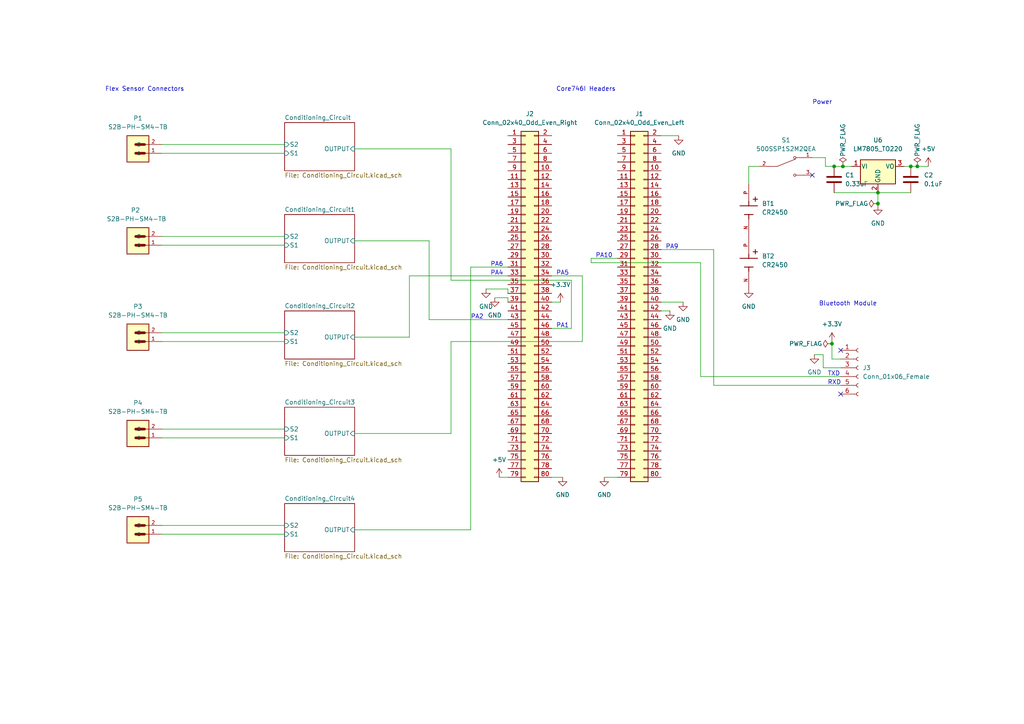
<source format=kicad_sch>
(kicad_sch (version 20211123) (generator eeschema)
  (paper "A4")
  (title_block (title "Data Glove PCB Schematic"))
  (lib_symbols
    (symbol "Connector:Conn_01x06_Female" (pin_names (offset 1.016) hide)
      (property "Reference" "J" (at 0 7.62 0))
      (property "Value" "Conn_01x06_Female" (at 0 -10.16 0))
      (symbol "Conn_01x06_Female_1_1"
        (arc (start 0 -7.112) (mid -0.508 -7.62) (end 0 -8.128) (stroke (width 0.1524)))
        (arc (start 0 -4.572) (mid -0.508 -5.08) (end 0 -5.588) (stroke (width 0.1524)))
        (arc (start 0 -2.032) (mid -0.508 -2.54) (end 0 -3.048) (stroke (width 0.1524)))
        (polyline (pts (xy -1.27 -7.62) (xy -0.508 -7.62)) (stroke (width 0.1524)))
        (polyline (pts (xy -1.27 -5.08) (xy -0.508 -5.08)) (stroke (width 0.1524)))
        (polyline (pts (xy -1.27 -2.54) (xy -0.508 -2.54)) (stroke (width 0.1524)))
        (polyline (pts (xy -1.27 0) (xy -0.508 0)) (stroke (width 0.1524)))
        (polyline (pts (xy -1.27 2.54) (xy -0.508 2.54)) (stroke (width 0.1524)))
        (polyline (pts (xy -1.27 5.08) (xy -0.508 5.08)) (stroke (width 0.1524)))
        (arc (start 0 0.508) (mid -0.508 0) (end 0 -0.508) (stroke (width 0.1524)))
        (arc (start 0 3.048) (mid -0.508 2.54) (end 0 2.032) (stroke (width 0.1524)))
        (arc (start 0 5.588) (mid -0.508 5.08) (end 0 4.572) (stroke (width 0.1524)))
        (pin passive line (at -5.08 5.08 0) (length 3.81) (name "Pin_1") (number "1"))
        (pin passive line (at -5.08 2.54 0) (length 3.81) (name "Pin_2") (number "2"))
        (pin passive line (at -5.08 0 0) (length 3.81) (name "Pin_3") (number "3"))
        (pin passive line (at -5.08 -2.54 0) (length 3.81) (name "Pin_4") (number "4"))
        (pin passive line (at -5.08 -5.08 0) (length 3.81) (name "Pin_5") (number "5"))
        (pin passive line (at -5.08 -7.62 0) (length 3.81) (name "Pin_6") (number "6"))
      )
    )
    (symbol "Connector_Generic:Conn_02x40_Odd_Even" (pin_names (offset 1.016) hide)
      (property "Reference" "J" (at 1.27 50.8 0))
      (property "Value" "Conn_02x40_Odd_Even" (at 1.27 -53.34 0))
      (symbol "Conn_02x40_Odd_Even_1_1"
        (rectangle (start -1.27 -50.673) (end 0 -50.927) (stroke (width 0.1524)))
        (rectangle (start -1.27 -48.133) (end 0 -48.387) (stroke (width 0.1524)))
        (rectangle (start -1.27 -45.593) (end 0 -45.847) (stroke (width 0.1524)))
        (rectangle (start -1.27 -43.053) (end 0 -43.307) (stroke (width 0.1524)))
        (rectangle (start -1.27 -40.513) (end 0 -40.767) (stroke (width 0.1524)))
        (rectangle (start -1.27 -37.973) (end 0 -38.227) (stroke (width 0.1524)))
        (rectangle (start -1.27 -35.433) (end 0 -35.687) (stroke (width 0.1524)))
        (rectangle (start -1.27 -32.893) (end 0 -33.147) (stroke (width 0.1524)))
        (rectangle (start -1.27 -30.353) (end 0 -30.607) (stroke (width 0.1524)))
        (rectangle (start -1.27 -27.813) (end 0 -28.067) (stroke (width 0.1524)))
        (rectangle (start -1.27 -25.273) (end 0 -25.527) (stroke (width 0.1524)))
        (rectangle (start -1.27 -22.733) (end 0 -22.987) (stroke (width 0.1524)))
        (rectangle (start -1.27 -20.193) (end 0 -20.447) (stroke (width 0.1524)))
        (rectangle (start -1.27 -17.653) (end 0 -17.907) (stroke (width 0.1524)))
        (rectangle (start -1.27 -15.113) (end 0 -15.367) (stroke (width 0.1524)))
        (rectangle (start -1.27 -12.573) (end 0 -12.827) (stroke (width 0.1524)))
        (rectangle (start -1.27 -10.033) (end 0 -10.287) (stroke (width 0.1524)))
        (rectangle (start -1.27 -7.493) (end 0 -7.747) (stroke (width 0.1524)))
        (rectangle (start -1.27 -4.953) (end 0 -5.207) (stroke (width 0.1524)))
        (rectangle (start -1.27 -2.413) (end 0 -2.667) (stroke (width 0.1524)))
        (rectangle (start -1.27 0.127) (end 0 -0.127) (stroke (width 0.1524)))
        (rectangle (start -1.27 2.667) (end 0 2.413) (stroke (width 0.1524)))
        (rectangle (start -1.27 5.207) (end 0 4.953) (stroke (width 0.1524)))
        (rectangle (start -1.27 7.747) (end 0 7.493) (stroke (width 0.1524)))
        (rectangle (start -1.27 10.287) (end 0 10.033) (stroke (width 0.1524)))
        (rectangle (start -1.27 12.827) (end 0 12.573) (stroke (width 0.1524)))
        (rectangle (start -1.27 15.367) (end 0 15.113) (stroke (width 0.1524)))
        (rectangle (start -1.27 17.907) (end 0 17.653) (stroke (width 0.1524)))
        (rectangle (start -1.27 20.447) (end 0 20.193) (stroke (width 0.1524)))
        (rectangle (start -1.27 22.987) (end 0 22.733) (stroke (width 0.1524)))
        (rectangle (start -1.27 25.527) (end 0 25.273) (stroke (width 0.1524)))
        (rectangle (start -1.27 28.067) (end 0 27.813) (stroke (width 0.1524)))
        (rectangle (start -1.27 30.607) (end 0 30.353) (stroke (width 0.1524)))
        (rectangle (start -1.27 33.147) (end 0 32.893) (stroke (width 0.1524)))
        (rectangle (start -1.27 35.687) (end 0 35.433) (stroke (width 0.1524)))
        (rectangle (start -1.27 38.227) (end 0 37.973) (stroke (width 0.1524)))
        (rectangle (start -1.27 40.767) (end 0 40.513) (stroke (width 0.1524)))
        (rectangle (start -1.27 43.307) (end 0 43.053) (stroke (width 0.1524)))
        (rectangle (start -1.27 45.847) (end 0 45.593) (stroke (width 0.1524)))
        (rectangle (start -1.27 48.387) (end 0 48.133) (stroke (width 0.1524)))
        (rectangle (start -1.27 49.53) (end 3.81 -52.07) (stroke (width 0.254)) (fill (type background)))
        (rectangle (start 3.81 -50.673) (end 2.54 -50.927) (stroke (width 0.1524)))
        (rectangle (start 3.81 -48.133) (end 2.54 -48.387) (stroke (width 0.1524)))
        (rectangle (start 3.81 -45.593) (end 2.54 -45.847) (stroke (width 0.1524)))
        (rectangle (start 3.81 -43.053) (end 2.54 -43.307) (stroke (width 0.1524)))
        (rectangle (start 3.81 -40.513) (end 2.54 -40.767) (stroke (width 0.1524)))
        (rectangle (start 3.81 -37.973) (end 2.54 -38.227) (stroke (width 0.1524)))
        (rectangle (start 3.81 -35.433) (end 2.54 -35.687) (stroke (width 0.1524)))
        (rectangle (start 3.81 -32.893) (end 2.54 -33.147) (stroke (width 0.1524)))
        (rectangle (start 3.81 -30.353) (end 2.54 -30.607) (stroke (width 0.1524)))
        (rectangle (start 3.81 -27.813) (end 2.54 -28.067) (stroke (width 0.1524)))
        (rectangle (start 3.81 -25.273) (end 2.54 -25.527) (stroke (width 0.1524)))
        (rectangle (start 3.81 -22.733) (end 2.54 -22.987) (stroke (width 0.1524)))
        (rectangle (start 3.81 -20.193) (end 2.54 -20.447) (stroke (width 0.1524)))
        (rectangle (start 3.81 -17.653) (end 2.54 -17.907) (stroke (width 0.1524)))
        (rectangle (start 3.81 -15.113) (end 2.54 -15.367) (stroke (width 0.1524)))
        (rectangle (start 3.81 -12.573) (end 2.54 -12.827) (stroke (width 0.1524)))
        (rectangle (start 3.81 -10.033) (end 2.54 -10.287) (stroke (width 0.1524)))
        (rectangle (start 3.81 -7.493) (end 2.54 -7.747) (stroke (width 0.1524)))
        (rectangle (start 3.81 -4.953) (end 2.54 -5.207) (stroke (width 0.1524)))
        (rectangle (start 3.81 -2.413) (end 2.54 -2.667) (stroke (width 0.1524)))
        (rectangle (start 3.81 0.127) (end 2.54 -0.127) (stroke (width 0.1524)))
        (rectangle (start 3.81 2.667) (end 2.54 2.413) (stroke (width 0.1524)))
        (rectangle (start 3.81 5.207) (end 2.54 4.953) (stroke (width 0.1524)))
        (rectangle (start 3.81 7.747) (end 2.54 7.493) (stroke (width 0.1524)))
        (rectangle (start 3.81 10.287) (end 2.54 10.033) (stroke (width 0.1524)))
        (rectangle (start 3.81 12.827) (end 2.54 12.573) (stroke (width 0.1524)))
        (rectangle (start 3.81 15.367) (end 2.54 15.113) (stroke (width 0.1524)))
        (rectangle (start 3.81 17.907) (end 2.54 17.653) (stroke (width 0.1524)))
        (rectangle (start 3.81 20.447) (end 2.54 20.193) (stroke (width 0.1524)))
        (rectangle (start 3.81 22.987) (end 2.54 22.733) (stroke (width 0.1524)))
        (rectangle (start 3.81 25.527) (end 2.54 25.273) (stroke (width 0.1524)))
        (rectangle (start 3.81 28.067) (end 2.54 27.813) (stroke (width 0.1524)))
        (rectangle (start 3.81 30.607) (end 2.54 30.353) (stroke (width 0.1524)))
        (rectangle (start 3.81 33.147) (end 2.54 32.893) (stroke (width 0.1524)))
        (rectangle (start 3.81 35.687) (end 2.54 35.433) (stroke (width 0.1524)))
        (rectangle (start 3.81 38.227) (end 2.54 37.973) (stroke (width 0.1524)))
        (rectangle (start 3.81 40.767) (end 2.54 40.513) (stroke (width 0.1524)))
        (rectangle (start 3.81 43.307) (end 2.54 43.053) (stroke (width 0.1524)))
        (rectangle (start 3.81 45.847) (end 2.54 45.593) (stroke (width 0.1524)))
        (rectangle (start 3.81 48.387) (end 2.54 48.133) (stroke (width 0.1524)))
        (pin passive line (at -5.08 48.26 0) (length 3.81) (name "Pin_1") (number "1"))
        (pin passive line (at 7.62 38.1 180) (length 3.81) (name "Pin_10") (number "10"))
        (pin passive line (at -5.08 35.56 0) (length 3.81) (name "Pin_11") (number "11"))
        (pin passive line (at 7.62 35.56 180) (length 3.81) (name "Pin_12") (number "12"))
        (pin passive line (at -5.08 33.02 0) (length 3.81) (name "Pin_13") (number "13"))
        (pin passive line (at 7.62 33.02 180) (length 3.81) (name "Pin_14") (number "14"))
        (pin passive line (at -5.08 30.48 0) (length 3.81) (name "Pin_15") (number "15"))
        (pin passive line (at 7.62 30.48 180) (length 3.81) (name "Pin_16") (number "16"))
        (pin passive line (at -5.08 27.94 0) (length 3.81) (name "Pin_17") (number "17"))
        (pin passive line (at 7.62 27.94 180) (length 3.81) (name "Pin_18") (number "18"))
        (pin passive line (at -5.08 25.4 0) (length 3.81) (name "Pin_19") (number "19"))
        (pin passive line (at 7.62 48.26 180) (length 3.81) (name "Pin_2") (number "2"))
        (pin passive line (at 7.62 25.4 180) (length 3.81) (name "Pin_20") (number "20"))
        (pin passive line (at -5.08 22.86 0) (length 3.81) (name "Pin_21") (number "21"))
        (pin passive line (at 7.62 22.86 180) (length 3.81) (name "Pin_22") (number "22"))
        (pin passive line (at -5.08 20.32 0) (length 3.81) (name "Pin_23") (number "23"))
        (pin passive line (at 7.62 20.32 180) (length 3.81) (name "Pin_24") (number "24"))
        (pin passive line (at -5.08 17.78 0) (length 3.81) (name "Pin_25") (number "25"))
        (pin passive line (at 7.62 17.78 180) (length 3.81) (name "Pin_26") (number "26"))
        (pin passive line (at -5.08 15.24 0) (length 3.81) (name "Pin_27") (number "27"))
        (pin passive line (at 7.62 15.24 180) (length 3.81) (name "Pin_28") (number "28"))
        (pin passive line (at -5.08 12.7 0) (length 3.81) (name "Pin_29") (number "29"))
        (pin passive line (at -5.08 45.72 0) (length 3.81) (name "Pin_3") (number "3"))
        (pin passive line (at 7.62 12.7 180) (length 3.81) (name "Pin_30") (number "30"))
        (pin passive line (at -5.08 10.16 0) (length 3.81) (name "Pin_31") (number "31"))
        (pin passive line (at 7.62 10.16 180) (length 3.81) (name "Pin_32") (number "32"))
        (pin passive line (at -5.08 7.62 0) (length 3.81) (name "Pin_33") (number "33"))
        (pin passive line (at 7.62 7.62 180) (length 3.81) (name "Pin_34") (number "34"))
        (pin passive line (at -5.08 5.08 0) (length 3.81) (name "Pin_35") (number "35"))
        (pin passive line (at 7.62 5.08 180) (length 3.81) (name "Pin_36") (number "36"))
        (pin passive line (at -5.08 2.54 0) (length 3.81) (name "Pin_37") (number "37"))
        (pin passive line (at 7.62 2.54 180) (length 3.81) (name "Pin_38") (number "38"))
        (pin passive line (at -5.08 0 0) (length 3.81) (name "Pin_39") (number "39"))
        (pin passive line (at 7.62 45.72 180) (length 3.81) (name "Pin_4") (number "4"))
        (pin passive line (at 7.62 0 180) (length 3.81) (name "Pin_40") (number "40"))
        (pin passive line (at -5.08 -2.54 0) (length 3.81) (name "Pin_41") (number "41"))
        (pin passive line (at 7.62 -2.54 180) (length 3.81) (name "Pin_42") (number "42"))
        (pin passive line (at -5.08 -5.08 0) (length 3.81) (name "Pin_43") (number "43"))
        (pin passive line (at 7.62 -5.08 180) (length 3.81) (name "Pin_44") (number "44"))
        (pin passive line (at -5.08 -7.62 0) (length 3.81) (name "Pin_45") (number "45"))
        (pin passive line (at 7.62 -7.62 180) (length 3.81) (name "Pin_46") (number "46"))
        (pin passive line (at -5.08 -10.16 0) (length 3.81) (name "Pin_47") (number "47"))
        (pin passive line (at 7.62 -10.16 180) (length 3.81) (name "Pin_48") (number "48"))
        (pin passive line (at -5.08 -12.7 0) (length 3.81) (name "Pin_49") (number "49"))
        (pin passive line (at -5.08 43.18 0) (length 3.81) (name "Pin_5") (number "5"))
        (pin passive line (at 7.62 -12.7 180) (length 3.81) (name "Pin_50") (number "50"))
        (pin passive line (at -5.08 -15.24 0) (length 3.81) (name "Pin_51") (number "51"))
        (pin passive line (at 7.62 -15.24 180) (length 3.81) (name "Pin_52") (number "52"))
        (pin passive line (at -5.08 -17.78 0) (length 3.81) (name "Pin_53") (number "53"))
        (pin passive line (at 7.62 -17.78 180) (length 3.81) (name "Pin_54") (number "54"))
        (pin passive line (at -5.08 -20.32 0) (length 3.81) (name "Pin_55") (number "55"))
        (pin passive line (at 7.62 -20.32 180) (length 3.81) (name "Pin_56") (number "56"))
        (pin passive line (at -5.08 -22.86 0) (length 3.81) (name "Pin_57") (number "57"))
        (pin passive line (at 7.62 -22.86 180) (length 3.81) (name "Pin_58") (number "58"))
        (pin passive line (at -5.08 -25.4 0) (length 3.81) (name "Pin_59") (number "59"))
        (pin passive line (at 7.62 43.18 180) (length 3.81) (name "Pin_6") (number "6"))
        (pin passive line (at 7.62 -25.4 180) (length 3.81) (name "Pin_60") (number "60"))
        (pin passive line (at -5.08 -27.94 0) (length 3.81) (name "Pin_61") (number "61"))
        (pin passive line (at 7.62 -27.94 180) (length 3.81) (name "Pin_62") (number "62"))
        (pin passive line (at -5.08 -30.48 0) (length 3.81) (name "Pin_63") (number "63"))
        (pin passive line (at 7.62 -30.48 180) (length 3.81) (name "Pin_64") (number "64"))
        (pin passive line (at -5.08 -33.02 0) (length 3.81) (name "Pin_65") (number "65"))
        (pin passive line (at 7.62 -33.02 180) (length 3.81) (name "Pin_66") (number "66"))
        (pin passive line (at -5.08 -35.56 0) (length 3.81) (name "Pin_67") (number "67"))
        (pin passive line (at 7.62 -35.56 180) (length 3.81) (name "Pin_68") (number "68"))
        (pin passive line (at -5.08 -38.1 0) (length 3.81) (name "Pin_69") (number "69"))
        (pin passive line (at -5.08 40.64 0) (length 3.81) (name "Pin_7") (number "7"))
        (pin passive line (at 7.62 -38.1 180) (length 3.81) (name "Pin_70") (number "70"))
        (pin passive line (at -5.08 -40.64 0) (length 3.81) (name "Pin_71") (number "71"))
        (pin passive line (at 7.62 -40.64 180) (length 3.81) (name "Pin_72") (number "72"))
        (pin passive line (at -5.08 -43.18 0) (length 3.81) (name "Pin_73") (number "73"))
        (pin passive line (at 7.62 -43.18 180) (length 3.81) (name "Pin_74") (number "74"))
        (pin passive line (at -5.08 -45.72 0) (length 3.81) (name "Pin_75") (number "75"))
        (pin passive line (at 7.62 -45.72 180) (length 3.81) (name "Pin_76") (number "76"))
        (pin passive line (at -5.08 -48.26 0) (length 3.81) (name "Pin_77") (number "77"))
        (pin passive line (at 7.62 -48.26 180) (length 3.81) (name "Pin_78") (number "78"))
        (pin passive line (at -5.08 -50.8 0) (length 3.81) (name "Pin_79") (number "79"))
        (pin passive line (at 7.62 40.64 180) (length 3.81) (name "Pin_8") (number "8"))
        (pin passive line (at 7.62 -50.8 180) (length 3.81) (name "Pin_80") (number "80"))
        (pin passive line (at -5.08 38.1 0) (length 3.81) (name "Pin_9") (number "9"))
      )
    )
    (symbol "Device:C" (pin_numbers hide) (pin_names (offset 0.254))
      (property "Reference" "C" (at 0.635 2.54 0))
      (property "Value" "C" (at 0.635 -2.54 0))
      (symbol "C_0_1"
        (polyline (pts (xy -2.032 -0.762) (xy 2.032 -0.762)) (stroke (width 0.508)))
        (polyline (pts (xy -2.032 0.762) (xy 2.032 0.762)) (stroke (width 0.508)))
      )
      (symbol "C_1_1"
        (pin passive line (at 0 3.81 270) (length 2.794) (name "~") (number "1"))
        (pin passive line (at 0 -3.81 90) (length 2.794) (name "~") (number "2"))
      )
    )
    (symbol "EECapstone:500SSP1S2M2QEA" (pin_names (offset 1.016))
      (property "Reference" "S" (at -2.54 5.08 0))
      (property "Value" "500SSP1S2M2QEA" (at -2.54 -5.08 0))
      (symbol "500SSP1S2M2QEA_0_0"
        (polyline (pts (xy -2.54 0) (xy -5.08 0)) (stroke (width 0.1524)))
        (polyline (pts (xy -2.54 0) (xy 2.794 2.1336)) (stroke (width 0.1524)))
        (polyline (pts (xy 5.08 -2.54) (xy 2.921 -2.54)) (stroke (width 0.1524)))
        (polyline (pts (xy 5.08 2.54) (xy 2.921 2.54)) (stroke (width 0.1524)))
        (circle (center 2.54 -2.54) (radius 0.3302) (stroke (width 0.1524)))
        (circle (center 2.54 2.54) (radius 0.3302) (stroke (width 0.1524)))
        (pin passive line (at 7.62 2.54 180) (length 2.54) (name "~") (number "1"))
        (pin passive line (at -7.62 0 0) (length 2.54) (name "~") (number "2"))
        (pin passive line (at 7.62 -2.54 180) (length 2.54) (name "~") (number "3"))
      )
    )
    (symbol "EECapstone:CR2450" (pin_names (offset 1.016))
      (property "Reference" "BT" (at -3.81 3.81 0))
      (property "Value" "CR2450" (at -3.81 -5.08 0))
      (symbol "CR2450_0_0"
        (polyline (pts (xy -3.81 1.905) (xy -2.54 1.905)) (stroke (width 0.254)))
        (polyline (pts (xy -3.175 2.54) (xy -3.175 1.27)) (stroke (width 0.254)))
        (polyline (pts (xy -1.27 0) (xy -2.54 0)) (stroke (width 0.254)))
        (polyline (pts (xy -1.27 0) (xy -1.27 -2.54)) (stroke (width 0.254)))
        (polyline (pts (xy -1.27 2.54) (xy -1.27 0)) (stroke (width 0.254)))
        (polyline (pts (xy 1.27 0) (xy 1.27 -1.27)) (stroke (width 0.254)))
        (polyline (pts (xy 1.27 0) (xy 2.54 0)) (stroke (width 0.254)))
        (polyline (pts (xy 1.27 1.27) (xy 1.27 0)) (stroke (width 0.254)))
        (pin passive line (at 7.62 0 180) (length 5.08) (name "~") (number "N"))
        (pin passive line (at -7.62 0 0) (length 5.08) (name "~") (number "P"))
      )
    )
    (symbol "EECapstone:S2B-PH-SM4-TB" (pin_names (offset 1.016))
      (property "Reference" "P" (at -1.2718 3.8155 0))
      (property "Value" "S2B-PH-SM4-TB" (at -7.62 -7.62 0))
      (symbol "S2B-PH-SM4-TB_0_0"
        (rectangle (start -1.27 -3.81) (end 5.08 3.81) (stroke (width 0.254)) (fill (type background)))
        (polyline (pts (xy 0 -1.27) (xy 2.54 -1.27)) (stroke (width 0.762)))
        (polyline (pts (xy 0 1.27) (xy 2.54 1.27)) (stroke (width 0.762)))
        (pin passive line (at -5.08 1.27 0) (length 5.08) (name "1") (number "1"))
        (pin passive line (at -5.08 -1.27 0) (length 5.08) (name "2") (number "2"))
      )
    )
    (symbol "Regulator_Linear:LM7805_TO220" (pin_names (offset 0.254))
      (property "Reference" "U" (at -3.81 3.175 0))
      (property "Value" "LM7805_TO220" (at 0 3.175 0))
      (symbol "LM7805_TO220_0_1"
        (rectangle (start -5.08 1.905) (end 5.08 -5.08) (stroke (width 0.254)) (fill (type background)))
      )
      (symbol "LM7805_TO220_1_1"
        (pin power_in line (at -7.62 0 0) (length 2.54) (name "VI") (number "1"))
        (pin power_in line (at 0 -7.62 90) (length 2.54) (name "GND") (number "2"))
        (pin power_out line (at 7.62 0 180) (length 2.54) (name "VO") (number "3"))
      )
    )
    (symbol "power:+3.3V" (power) (pin_names (offset 0))
      (property "Value" "+3.3V" (at 0 3.556 0))
      (symbol "+3.3V_0_1"
        (polyline (pts (xy -0.762 1.27) (xy 0 2.54)))
        (polyline (pts (xy 0 0) (xy 0 2.54)))
        (polyline (pts (xy 0 2.54) (xy 0.762 1.27)))
      )
      (symbol "+3.3V_1_1"
        (pin power_in line (at 0 0 90) (length 0) hide (name "+3.3V") (number "1"))
      )
    )
    (symbol "power:+5V" (power) (pin_names (offset 0))
      (property "Value" "+5V" (at 0 3.556 0))
      (symbol "+5V_0_1"
        (polyline (pts (xy -0.762 1.27) (xy 0 2.54)))
        (polyline (pts (xy 0 0) (xy 0 2.54)))
        (polyline (pts (xy 0 2.54) (xy 0.762 1.27)))
      )
      (symbol "+5V_1_1"
        (pin power_in line (at 0 0 90) (length 0) hide (name "+5V") (number "1"))
      )
    )
    (symbol "power:GND" (power) (pin_names (offset 0))
      (property "Value" "GND" (at 0 -3.81 0))
      (symbol "GND_0_1"
        (polyline (pts (xy 0 0) (xy 0 -1.27) (xy 1.27 -1.27) (xy 0 -2.54) (xy -1.27 -1.27) (xy 0 -1.27)))
      )
      (symbol "GND_1_1"
        (pin power_in line (at 0 0 270) (length 0) hide (name "GND") (number "1"))
      )
    )
    (symbol "power:PWR_FLAG" (power) (pin_numbers hide) (pin_names (offset 0) hide)
      (property "Value" "PWR_FLAG" (at 0 3.81 0))
      (symbol "PWR_FLAG_0_0"
        (pin power_out line (at 0 0 90) (length 0) (name "pwr") (number "1"))
      )
      (symbol "PWR_FLAG_0_1"
        (polyline (pts (xy 0 0) (xy 0 1.27) (xy -1.016 1.905) (xy 0 2.54) (xy 1.016 1.905) (xy 0 1.27)))
      )
    )
  )
  (junction (at 241.935 48.26))
  (junction (at 241.3 99.695))
  (junction (at 266.065 48.26))
  (junction (at 264.16 48.26))
  (junction (at 254.635 55.88))
  (junction (at 254.635 59.055))
  (junction (at 244.475 48.26))
  (no_connect (at 243.84 101.6))
  (no_connect (at 243.84 114.3))
  (no_connect (at 235.585 50.8))
  (wire (pts (xy 46.99 154.94) (xy 82.55 154.94)))
  (wire (pts (xy 130.81 125.73) (xy 102.87 125.73)))
  (wire (pts (xy 191.77 87.63) (xy 198.12 87.63)))
  (wire (pts (xy 46.99 124.46) (xy 82.55 124.46)))
  (wire (pts (xy 46.99 99.06) (xy 82.55 99.06)))
  (wire (pts (xy 175.26 138.43) (xy 179.07 138.43)))
  (wire (pts (xy 147.32 85.09) (xy 147.32 83.82)))
  (wire (pts (xy 124.46 69.85) (xy 124.46 92.71)))
  (wire (pts (xy 168.91 99.06) (xy 130.81 99.06)))
  (wire (pts (xy 203.2 109.22) (xy 243.84 109.22)))
  (wire (pts (xy 254.635 59.055) (xy 254.635 55.88)))
  (wire (pts (xy 235.585 45.72) (xy 239.395 45.72)))
  (wire (pts (xy 165.735 81.28) (xy 130.81 81.28)))
  (wire (pts (xy 46.99 41.91) (xy 82.55 41.91)))
  (wire (pts (xy 165.735 95.25) (xy 165.735 81.28)))
  (wire (pts (xy 168.91 80.01) (xy 168.91 99.06)))
  (wire (pts (xy 130.81 81.28) (xy 130.81 43.18)))
  (wire (pts (xy 118.745 80.01) (xy 118.745 97.79)))
  (wire (pts (xy 238.76 106.68) (xy 243.84 106.68)))
  (wire (pts (xy 203.2 76.2) (xy 203.2 109.22)))
  (wire (pts (xy 179.07 74.93) (xy 171.45 74.93)))
  (wire (pts (xy 217.17 48.26) (xy 217.17 53.34)))
  (wire (pts (xy 254.635 59.69) (xy 254.635 59.055)))
  (wire (pts (xy 143.51 86.36) (xy 147.32 86.36)))
  (wire (pts (xy 160.02 138.43) (xy 163.195 138.43)))
  (wire (pts (xy 160.02 95.25) (xy 165.735 95.25)))
  (wire (pts (xy 136.525 77.47) (xy 136.525 153.67)))
  (wire (pts (xy 207.01 72.39) (xy 207.01 111.76)))
  (wire (pts (xy 241.3 99.06) (xy 241.3 99.695)))
  (wire (pts (xy 266.065 48.26) (xy 269.24 48.26)))
  (wire (pts (xy 46.99 44.45) (xy 82.55 44.45)))
  (wire (pts (xy 147.32 77.47) (xy 136.525 77.47)))
  (wire (pts (xy 46.99 68.58) (xy 82.55 68.58)))
  (wire (pts (xy 243.84 104.14) (xy 241.3 104.14)))
  (wire (pts (xy 160.02 80.01) (xy 168.91 80.01)))
  (wire (pts (xy 236.22 102.87) (xy 238.76 102.87)))
  (wire (pts (xy 239.395 45.72) (xy 239.395 48.26)))
  (wire (pts (xy 147.32 80.01) (xy 118.745 80.01)))
  (wire (pts (xy 191.77 90.17) (xy 194.31 90.17)))
  (wire (pts (xy 171.45 76.2) (xy 203.2 76.2)))
  (wire (pts (xy 239.395 48.26) (xy 241.935 48.26)))
  (wire (pts (xy 241.935 55.88) (xy 254.635 55.88)))
  (wire (pts (xy 262.255 48.26) (xy 264.16 48.26)))
  (wire (pts (xy 217.17 48.26) (xy 220.345 48.26)))
  (wire (pts (xy 191.77 39.37) (xy 196.85 39.37)))
  (wire (pts (xy 147.32 86.36) (xy 147.32 87.63)))
  (wire (pts (xy 46.99 127) (xy 82.55 127)))
  (wire (pts (xy 264.16 48.26) (xy 266.065 48.26)))
  (wire (pts (xy 241.935 48.26) (xy 244.475 48.26)))
  (wire (pts (xy 243.84 111.76) (xy 207.01 111.76)))
  (wire (pts (xy 241.3 99.695) (xy 241.3 104.14)))
  (wire (pts (xy 160.02 87.63) (xy 162.56 87.63)))
  (wire (pts (xy 147.32 92.71) (xy 124.46 92.71)))
  (wire (pts (xy 254.635 55.88) (xy 264.16 55.88)))
  (wire (pts (xy 171.45 74.93) (xy 171.45 76.2)))
  (wire (pts (xy 46.99 152.4) (xy 82.55 152.4)))
  (wire (pts (xy 144.78 138.43) (xy 147.32 138.43)))
  (wire (pts (xy 191.77 72.39) (xy 207.01 72.39)))
  (wire (pts (xy 46.99 71.12) (xy 82.55 71.12)))
  (wire (pts (xy 102.87 69.85) (xy 124.46 69.85)))
  (wire (pts (xy 118.745 97.79) (xy 102.87 97.79)))
  (wire (pts (xy 244.475 48.26) (xy 247.015 48.26)))
  (wire (pts (xy 140.97 83.82) (xy 147.32 83.82)))
  (wire (pts (xy 238.76 102.87) (xy 238.76 106.68)))
  (wire (pts (xy 130.81 43.18) (xy 102.87 43.18)))
  (wire (pts (xy 130.81 99.06) (xy 130.81 125.73)))
  (wire (pts (xy 102.87 153.67) (xy 136.525 153.67)))
  (wire (pts (xy 46.99 96.52) (xy 82.55 96.52)))
  (text "PA10" (at 172.72 74.93 0) (effects (font (size 1.27 1.27)) (justify left bottom)))
  (text "PA2" (at 136.525 92.71 0) (effects (font (size 1.27 1.27)) (justify left bottom)))
  (text "PA4" (at 142.24 80.01 0) (effects (font (size 1.27 1.27)) (justify left bottom)))
  (text "PA5" (at 161.29 80.01 0) (effects (font (size 1.27 1.27)) (justify left bottom)))
  (text "Core746I Headers" (at 161.29 26.67 0) (effects (font (size 1.27 1.27)) (justify left bottom)))
  (text "TXD" (at 240.03 109.22 0) (effects (font (size 1.27 1.27)) (justify left bottom)))
  (text "PA9" (at 193.04 72.39 0) (effects (font (size 1.27 1.27)) (justify left bottom)))
  (text "Flex Sensor Connectors" (at 30.48 26.67 0) (effects (font (size 1.27 1.27)) (justify left bottom)))
  (text "Bluetooth Module" (at 237.49 88.9 0) (effects (font (size 1.27 1.27)) (justify left bottom)))
  (text "Power" (at 235.585 30.48 0) (effects (font (size 1.27 1.27)) (justify left bottom)))
  (text "PA6" (at 142.24 77.47 0) (effects (font (size 1.27 1.27)) (justify left bottom)))
  (text "RXD" (at 240.03 111.76 0) (effects (font (size 1.27 1.27)) (justify left bottom)))
  (text "PA1\n" (at 161.29 95.25 0) (effects (font (size 1.27 1.27)) (justify left bottom)))
  (symbol (lib_id "Device:C") (at 264.16 52.07 0) (unit 1)
    (property "Reference" "C2" (at 267.97 50.7999 0) (effects (justify left)))
    (property "Value" "0.1uF" (at 267.97 53.3399 0) (effects (justify left)))
    (property "Footprint" "Capacitor_SMD:C_1206_3216Metric" (effects hide))
  )
  (symbol (lib_id "power:PWR_FLAG") (at 266.065 48.26 0) (unit 1)
    (property "Reference" "#FLG0102" (effects hide))
    (property "Value" "PWR_FLAG" (at 266.065 40.64 90))
  )
  (symbol (lib_id "Device:C") (at 241.935 52.07 0) (unit 1)
    (property "Reference" "C1" (at 245.11 50.7999 0) (effects (justify left)))
    (property "Value" "0.33uF" (at 245.11 53.3399 0) (effects (justify left)))
    (property "Footprint" "Capacitor_SMD:C_1206_3216Metric" (effects hide))
  )
  (symbol (lib_id "power:GND") (at 143.51 86.36 0) (unit 1)
    (property "Reference" "#PWR0123" (effects hide))
    (property "Value" "GND" (at 143.51 91.44 0))
  )
  (symbol (lib_id "power:PWR_FLAG") (at 244.475 48.26 0) (unit 1)
    (property "Reference" "#FLG0104" (effects hide))
    (property "Value" "PWR_FLAG" (at 244.475 40.64 90))
  )
  (symbol (lib_id "power:GND") (at 217.17 83.82 0) (unit 1)
    (property "Reference" "#PWR0111" (effects hide))
    (property "Value" "GND" (at 217.17 88.9 0))
  )
  (symbol (lib_id "EECapstone:S2B-PH-SM4-TB") (at 41.91 125.73 180) (unit 1)
    (property "Reference" "P4" (at 40.005 116.84 0))
    (property "Value" "S2B-PH-SM4-TB" (at 40.005 119.38 0))
    (property "Footprint" "EECapstone:JST_S2B-PH-SM4-TB" (effects hide))
    (property "MANUFACTURER" "JST" (effects hide))
  )
  (symbol (lib_id "power:+3.3V") (at 162.56 87.63 0) (unit 1)
    (property "Reference" "#PWR0124" (effects hide))
    (property "Value" "+3.3V" (at 162.56 82.55 0))
  )
  (symbol (lib_id "EECapstone:S2B-PH-SM4-TB") (at 41.91 69.85 180) (unit 1)
    (property "Reference" "P2" (at 40.64 60.96 0) (effects (justify left)))
    (property "Value" "S2B-PH-SM4-TB" (at 48.26 63.5 0) (effects (justify left)))
    (property "Footprint" "EECapstone:JST_S2B-PH-SM4-TB" (effects hide))
    (property "MANUFACTURER" "JST" (effects hide))
  )
  (symbol (lib_id "power:GND") (at 236.22 102.87 0) (unit 1)
    (property "Reference" "#PWR0117" (effects hide))
    (property "Value" "GND" (at 236.22 107.95 0))
  )
  (symbol (lib_id "power:+3.3V") (at 241.3 99.06 0) (unit 1)
    (property "Reference" "#PWR0112" (effects hide))
    (property "Value" "+3.3V" (at 241.3 93.98 0))
  )
  (symbol (lib_id "Connector_Generic:Conn_02x40_Odd_Even") (at 184.15 87.63 0) (unit 1)
    (property "Reference" "J1" (at 185.42 33.02 0))
    (property "Value" "Conn_02x40_Odd_Even_Left" (at 185.42 35.56 0))
    (property "Footprint" "Connector_PinHeader_2.00mm:PinHeader_2x40_P2.00mm_Vertical" (effects hide))
  )
  (symbol (lib_id "power:GND") (at 254.635 59.69 0) (unit 1)
    (property "Reference" "#PWR0113" (effects hide))
    (property "Value" "GND" (at 254.635 64.77 0))
  )
  (symbol (lib_id "EECapstone:CR2450") (at 217.17 76.2 270) (unit 1)
    (property "Reference" "BT2" (at 220.98 74.2949 90) (effects (justify left)))
    (property "Value" "CR2450" (at 220.98 76.8349 90) (effects (justify left)))
    (property "Footprint" "EECapstone:CR2450" (effects hide))
    (property "MAXIMUM_PACKAGE_HEIGHT" "12.6mm" (effects hide))
    (property "PARTREV" "E" (effects hide))
    (property "MANUFACTURER" "MPD" (effects hide))
    (property "STANDARD" "Manufacturer Recommendations" (effects hide))
  )
  (symbol (lib_id "power:+5V") (at 144.78 138.43 0) (unit 1)
    (property "Reference" "#PWR0119" (effects hide))
    (property "Value" "+5V" (at 144.78 133.35 0))
  )
  (symbol (lib_id "power:+5V") (at 269.24 48.26 0) (unit 1)
    (property "Reference" "#PWR0120" (effects hide))
    (property "Value" "+5V" (at 269.24 43.18 0))
  )
  (symbol (lib_id "Regulator_Linear:LM7805_TO220") (at 254.635 48.26 0) (unit 1)
    (property "Reference" "U6" (at 254.635 40.64 0))
    (property "Value" "LM7805_TO220" (at 254.635 43.18 0))
    (property "Footprint" "Package_TO_SOT_SMD:TO-252-2" (effects hide))
    (property "Datasheet" "https://www.onsemi.cn/PowerSolutions/document/MC7800-D.PDF" (effects hide))
  )
  (symbol (lib_id "power:PWR_FLAG") (at 241.3 99.695 90) (unit 1)
    (property "Reference" "#FLG0103" (effects hide))
    (property "Value" "PWR_FLAG" (at 233.68 99.695 90))
  )
  (symbol (lib_id "EECapstone:S2B-PH-SM4-TB") (at 41.91 153.67 180) (unit 1)
    (property "Reference" "P5" (at 40.005 144.78 0))
    (property "Value" "S2B-PH-SM4-TB" (at 40.005 147.32 0))
    (property "Footprint" "EECapstone:JST_S2B-PH-SM4-TB" (effects hide))
    (property "MANUFACTURER" "JST" (effects hide))
  )
  (symbol (lib_id "Connector_Generic:Conn_02x40_Odd_Even") (at 152.4 87.63 0) (unit 1)
    (property "Reference" "J2" (at 153.67 33.02 0))
    (property "Value" "Conn_02x40_Odd_Even_Right" (at 153.67 35.56 0))
    (property "Footprint" "Connector_PinHeader_2.00mm:PinHeader_2x40_P2.00mm_Vertical" (effects hide))
  )
  (symbol (lib_id "power:GND") (at 163.195 138.43 0) (unit 1)
    (property "Reference" "#PWR0122" (effects hide))
    (property "Value" "GND" (at 163.195 143.51 0))
  )
  (symbol (lib_id "power:PWR_FLAG") (at 254.635 59.055 90) (unit 1)
    (property "Reference" "#FLG0101" (effects hide))
    (property "Value" "PWR_FLAG" (at 247.015 59.055 90))
  )
  (symbol (lib_id "EECapstone:S2B-PH-SM4-TB") (at 41.91 43.18 180) (unit 1)
    (property "Reference" "P1" (at 40.005 34.29 0))
    (property "Value" "S2B-PH-SM4-TB" (at 40.005 36.83 0))
    (property "Footprint" "EECapstone:JST_S2B-PH-SM4-TB" (effects hide))
    (property "MANUFACTURER" "JST" (effects hide))
  )
  (symbol (lib_id "power:GND") (at 198.12 87.63 0) (unit 1)
    (property "Reference" "#PWR0116" (effects hide))
    (property "Value" "GND" (at 198.12 92.71 0))
  )
  (symbol (lib_id "EECapstone:CR2450") (at 217.17 60.96 270) (unit 1)
    (property "Reference" "BT1" (at 220.98 59.0549 90) (effects (justify left)))
    (property "Value" "CR2450" (at 220.98 61.5949 90) (effects (justify left)))
    (property "Footprint" "EECapstone:CR2450" (effects hide))
    (property "MAXIMUM_PACKAGE_HEIGHT" "12.6mm" (effects hide))
    (property "PARTREV" "E" (effects hide))
    (property "MANUFACTURER" "MPD" (effects hide))
    (property "STANDARD" "Manufacturer Recommendations" (effects hide))
  )
  (symbol (lib_id "power:GND") (at 196.85 39.37 0) (unit 1)
    (property "Reference" "#PWR0115" (effects hide))
    (property "Value" "GND" (at 196.85 44.45 0))
  )
  (symbol (lib_id "EECapstone:500SSP1S2M2QEA") (at 227.965 48.26 0) (unit 1)
    (property "Reference" "S1" (at 227.965 40.64 0))
    (property "Value" "500SSP1S2M2QEA" (at 227.965 43.18 0))
    (property "Footprint" "EECapstone:SW_500SSP1S2M2QEA" (effects hide))
    (property "MANUFACTURER" "E-switch" (effects hide))
    (property "PARTREV" "C" (effects hide))
    (property "MAXIMUM_PACKAGE_HEIGHT" "13.59mm" (effects hide))
    (property "STANDARD" "Manufacturer Recommendations" (effects hide))
  )
  (symbol (lib_id "EECapstone:S2B-PH-SM4-TB") (at 41.91 97.79 180) (unit 1)
    (property "Reference" "P3" (at 40.005 88.9 0))
    (property "Value" "S2B-PH-SM4-TB" (at 40.005 91.44 0))
    (property "Footprint" "EECapstone:JST_S2B-PH-SM4-TB" (effects hide))
    (property "MANUFACTURER" "JST" (effects hide))
  )
  (symbol (lib_id "power:GND") (at 140.97 83.82 0) (unit 1)
    (property "Reference" "#PWR0114" (effects hide))
    (property "Value" "GND" (at 140.97 88.9 0))
  )
  (symbol (lib_id "Connector:Conn_01x06_Female") (at 248.92 106.68 0) (unit 1)
    (property "Reference" "J3" (at 250.19 106.6799 0) (effects (justify left)))
    (property "Value" "Conn_01x06_Female" (at 250.19 109.2199 0) (effects (justify left)))
    (property "Footprint" "Connector_PinHeader_2.54mm:PinHeader_1x06_P2.54mm_Vertical" (effects hide))
  )
  (symbol (lib_id "power:GND") (at 175.26 138.43 0) (unit 1)
    (property "Reference" "#PWR0121" (effects hide))
    (property "Value" "GND" (at 175.26 143.51 0))
  )
  (symbol (lib_id "power:GND") (at 194.31 90.17 0) (unit 1)
    (property "Reference" "#PWR0118" (effects hide))
    (property "Value" "GND" (at 194.31 95.25 0))
  )
  (sheet (at 82.55 118.11) (size 20.32 13.97) (stroke (width 0.1524))
    (property "Sheet name" "Conditioning_Circuit3" (at 82.55 117.3984 0) (effects (justify left bottom)))
    (property "Sheet file" "Conditioning_Circuit.kicad_sch" (at 82.55 132.6646 0) (effects (justify left top)))
    (pin "OUTPUT" input (at 102.87 125.73 0))
    (pin "S2" input (at 82.55 124.46 180))
    (pin "S1" input (at 82.55 127 180))
  )
  (sheet (at 82.55 146.05) (size 20.32 13.97) (stroke (width 0.1524))
    (property "Sheet name" "Conditioning_Circuit4" (at 82.55 145.3384 0) (effects (justify left bottom)))
    (property "Sheet file" "Conditioning_Circuit.kicad_sch" (at 82.55 160.6046 0) (effects (justify left top)))
    (pin "OUTPUT" input (at 102.87 153.67 0))
    (pin "S2" input (at 82.55 152.4 180))
    (pin "S1" input (at 82.55 154.94 180))
  )
  (sheet (at 82.55 90.17) (size 20.32 13.97) (stroke (width 0.1524))
    (property "Sheet name" "Conditioning_Circuit2" (at 82.55 89.4584 0) (effects (justify left bottom)))
    (property "Sheet file" "Conditioning_Circuit.kicad_sch" (at 82.55 104.7246 0) (effects (justify left top)))
    (pin "OUTPUT" input (at 102.87 97.79 0))
    (pin "S2" input (at 82.55 96.52 180))
    (pin "S1" input (at 82.55 99.06 180))
  )
  (sheet (at 82.55 35.56) (size 20.32 13.97) (stroke (width 0.1524))
    (property "Sheet name" "Conditioning_Circuit" (at 82.55 34.8484 0) (effects (justify left bottom)))
    (property "Sheet file" "Conditioning_Circuit.kicad_sch" (at 82.55 50.1146 0) (effects (justify left top)))
    (pin "OUTPUT" input (at 102.87 43.18 0))
    (pin "S2" input (at 82.55 41.91 180))
    (pin "S1" input (at 82.55 44.45 180))
  )
  (sheet (at 82.55 62.23) (size 20.32 13.97) (stroke (width 0.1524))
    (property "Sheet name" "Conditioning_Circuit1" (at 82.55 61.5184 0) (effects (justify left bottom)))
    (property "Sheet file" "Conditioning_Circuit.kicad_sch" (at 82.55 76.7846 0) (effects (justify left top)))
    (pin "OUTPUT" input (at 102.87 69.85 0))
    (pin "S2" input (at 82.55 68.58 180))
    (pin "S1" input (at 82.55 71.12 180))
  )
)
</source>
